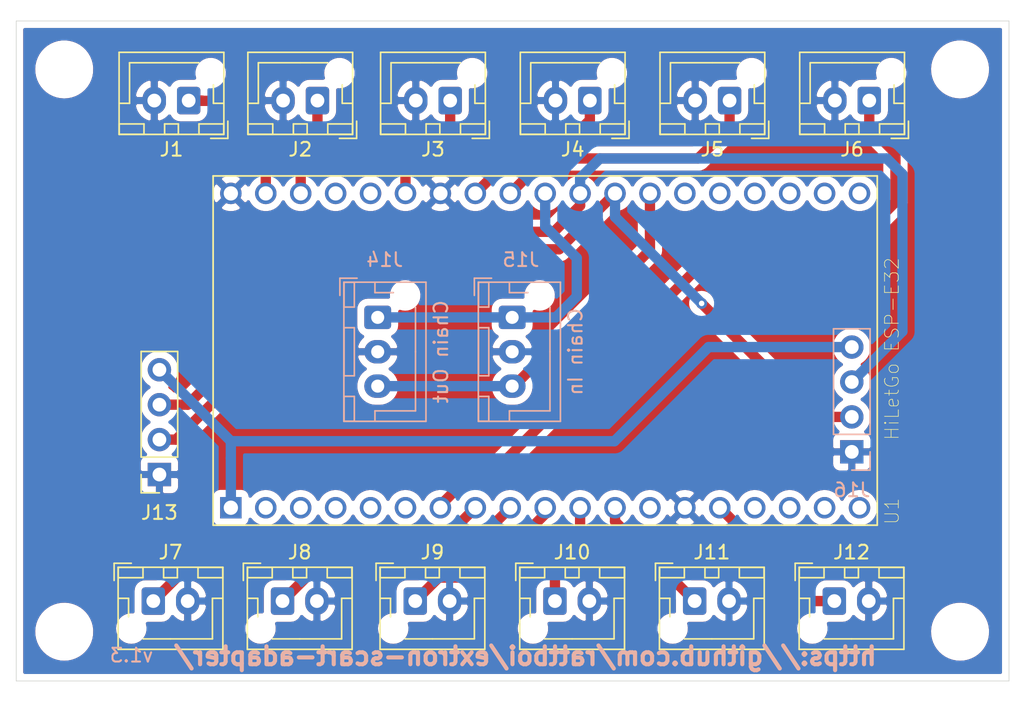
<source format=kicad_pcb>
(kicad_pcb (version 20190516) (host pcbnew "(5.1.0-1062-ge16bf40e6)")
  (title_block (title "Extron ESP32 Switchboard") (date "2019-04-05") (rev "1.1") (company "Rattboi (Bradon Kanyid)") (comment 1 "https://github.com/rattboi/extron-scart-adapter"))
  (layers (0 "F.Cu" signal) (31 "B.Cu" signal) (34 "B.Paste" user) (35 "F.Paste" user) (36 "B.SilkS" user) (37 "F.SilkS" user) (38 "B.Mask" user) (39 "F.Mask" user) (44 "Edge.Cuts" user))
  (net 0 "")
  (net 1 "Net-(U1-Pad38)")
  (net 2 "Net-(U1-Pad37)")
  (net 3 "Net-(U1-Pad36)")
  (net 4 "Net-(U1-Pad35)")
  (net 5 "Net-(U1-Pad34)")
  (net 6 "Net-(U1-Pad33)")
  (net 7 "Net-(U1-Pad24)")
  (net 8 "Net-(U1-Pad23)")
  (net 9 "Net-(U1-Pad18)")
  (net 10 "Net-(U1-Pad17)")
  (net 11 "Net-(U1-Pad16)")
  (net 12 "Net-(U1-Pad13)")
  (net 13 "Net-(U1-Pad6)")
  (net 14 "Net-(U1-Pad5)")
  (net 15 "Net-(U1-Pad4)")
  (net 16 "Net-(U1-Pad3)")
  (net 17 "Net-(U1-Pad19)")
  (net 18 "Net-(U1-Pad2)")
  (net 19 "PWR")
  (net 20 "GND")
  (net 21 "Net-(J3-Pad1)")
  (net 22 "Net-(J4-Pad1)")
  (net 23 "Net-(J5-Pad1)")
  (net 24 "Net-(J6-Pad1)")
  (net 25 "Net-(J8-Pad1)")
  (net 26 "Net-(J9-Pad1)")
  (net 27 "Net-(J10-Pad1)")
  (net 28 "Net-(J11-Pad1)")
  (net 29 "Net-(J12-Pad1)")
  (net 30 "Net-(J1-Pad1)")
  (net 31 "Net-(J2-Pad1)")
  (net 32 "Net-(J7-Pad1)")
  (net 33 "Net-(J13-Pad3)")
  (net 34 "Net-(J13-Pad2)")
  (net 35 "Net-(J14-Pad3)")
  (net 36 "Net-(J14-Pad1)")
  (net 37 "Net-(J17-Pad1)")
  (net 38 "Net-(J18-Pad1)")
  (net 39 "Net-(J19-Pad1)")
  (net 40 "Net-(J20-Pad1)")
  (module "MountingHole:MountingHole_3.2mm_M3" (layer "F.Cu") (at 183.642 109.728)
    (fp_text reference "J20")
    (fp_text value "Conn_01x01")
    (pad "1" np_thru_hole circle (at 0 0) (size 3.2 3.2) (drill 3.2) (layers *.Cu *.Mask) (net 40 "Net-(J20-Pad1)"))
  )
  (module "MountingHole:MountingHole_3.2mm_M3" (layer "F.Cu") (at 183.642 68.834)
    (fp_text reference "J19")
    (fp_text value "Conn_01x01")
    (pad "1" np_thru_hole circle (at 0 0) (size 3.2 3.2) (drill 3.2) (layers *.Cu *.Mask) (net 39 "Net-(J19-Pad1)"))
  )
  (module "MountingHole:MountingHole_3.2mm_M3" (layer "F.Cu") (at 118.491 109.728)
    (fp_text reference "J18")
    (fp_text value "Conn_01x01")
    (pad "1" np_thru_hole circle (at 0 0) (size 3.2 3.2) (drill 3.2) (layers *.Cu *.Mask) (net 38 "Net-(J18-Pad1)"))
  )
  (module "MountingHole:MountingHole_3.2mm_M3" (layer "F.Cu") (at 118.491 68.834)
    (fp_text reference "J17")
    (fp_text value "Conn_01x01")
    (pad "1" np_thru_hole circle (at 0 0) (size 3.2 3.2) (drill 3.2) (layers *.Cu *.Mask) (net 37 "Net-(J17-Pad1)"))
  )
  (module "Connector_PinSocket_2.54mm:PinSocket_1x04_P2.54mm_Vertical" (layer "B.Cu") (at 175.768 96.647)
    (fp_text reference "J16" (at 0 2.77) (layer "B.SilkS") (effects (justify mirror)))
    (fp_text value "Conn_01x04")
    (pad "4" thru_hole oval (at 0 -7.62) (size 1.7 1.7) (drill 1) (layers *.Cu *.Mask) (net 19 "PWR"))
    (pad "3" thru_hole oval (at 0 -5.08) (size 1.7 1.7) (drill 1) (layers *.Cu *.Mask) (net 33 "Net-(J13-Pad3)"))
    (pad "2" thru_hole oval (at 0 -2.54) (size 1.7 1.7) (drill 1) (layers *.Cu *.Mask) (net 34 "Net-(J13-Pad2)"))
    (pad "1" thru_hole rect (at 0 0) (size 1.7 1.7) (drill 1) (layers *.Cu *.Mask) (net 20 "GND"))
  )
  (module "hiletgo-e32:HILETGO-E32" (layer "F.Cu") (at 150.368 89.281 90)
    (fp_text reference "U1" (at -11.684 28.321 90) (layer "F.SilkS") (effects (font (size 1.00039 1.00039) (thickness 0.05))))
    (fp_text value "HiLetGo ESP-E32" (at 0.127 28.321 90) (layer "F.SilkS") (effects (font (size 1.00105 1.00105) (thickness 0.05))))
    (pad "38" thru_hole circle (at 11.43 25.96 90) (size 1.56 1.56) (drill 1.04) (layers *.Cu *.Mask) (net 1 "Net-(U1-Pad38)"))
    (pad "37" thru_hole circle (at 11.43 23.42 90) (size 1.56 1.56) (drill 1.04) (layers *.Cu *.Mask) (net 2 "Net-(U1-Pad37)"))
    (pad "36" thru_hole circle (at 11.43 20.88 90) (size 1.56 1.56) (drill 1.04) (layers *.Cu *.Mask) (net 3 "Net-(U1-Pad36)"))
    (pad "35" thru_hole circle (at 11.43 18.34 90) (size 1.56 1.56) (drill 1.04) (layers *.Cu *.Mask) (net 4 "Net-(U1-Pad35)"))
    (pad "34" thru_hole circle (at 11.43 15.8 90) (size 1.56 1.56) (drill 1.04) (layers *.Cu *.Mask) (net 5 "Net-(U1-Pad34)"))
    (pad "33" thru_hole circle (at 11.43 13.26 90) (size 1.56 1.56) (drill 1.04) (layers *.Cu *.Mask) (net 6 "Net-(U1-Pad33)"))
    (pad "32" thru_hole circle (at 11.43 10.72 90) (size 1.56 1.56) (drill 1.04) (layers *.Cu *.Mask) (net 35 "Net-(J14-Pad3)"))
    (pad "31" thru_hole circle (at 11.43 8.18 90) (size 1.56 1.56) (drill 1.04) (layers *.Cu *.Mask) (net 34 "Net-(J13-Pad2)"))
    (pad "30" thru_hole circle (at 11.43 5.64 90) (size 1.56 1.56) (drill 1.04) (layers *.Cu *.Mask) (net 33 "Net-(J13-Pad3)"))
    (pad "29" thru_hole circle (at 11.43 3.1 90) (size 1.56 1.56) (drill 1.04) (layers *.Cu *.Mask) (net 36 "Net-(J14-Pad1)"))
    (pad "28" thru_hole circle (at 11.43 0.56 90) (size 1.56 1.56) (drill 1.04) (layers *.Cu *.Mask) (net 23 "Net-(J5-Pad1)"))
    (pad "27" thru_hole circle (at 11.43 -1.98 90) (size 1.56 1.56) (drill 1.04) (layers *.Cu *.Mask) (net 22 "Net-(J4-Pad1)"))
    (pad "26" thru_hole circle (at 11.43 -4.52 90) (size 1.56 1.56) (drill 1.04) (layers *.Cu *.Mask) (net 20 "GND"))
    (pad "25" thru_hole circle (at 11.43 -7.06 90) (size 1.56 1.56) (drill 1.04) (layers *.Cu *.Mask) (net 21 "Net-(J3-Pad1)"))
    (pad "24" thru_hole circle (at 11.43 -9.6 90) (size 1.56 1.56) (drill 1.04) (layers *.Cu *.Mask) (net 7 "Net-(U1-Pad24)"))
    (pad "23" thru_hole circle (at 11.43 -12.14 90) (size 1.56 1.56) (drill 1.04) (layers *.Cu *.Mask) (net 8 "Net-(U1-Pad23)"))
    (pad "22" thru_hole circle (at 11.43 -14.68 90) (size 1.56 1.56) (drill 1.04) (layers *.Cu *.Mask) (net 31 "Net-(J2-Pad1)"))
    (pad "21" thru_hole circle (at 11.43 -17.22 90) (size 1.56 1.56) (drill 1.04) (layers *.Cu *.Mask) (net 30 "Net-(J1-Pad1)"))
    (pad "20" thru_hole circle (at 11.43 -19.76 90) (size 1.56 1.56) (drill 1.04) (layers *.Cu *.Mask) (net 20 "GND"))
    (pad "18" thru_hole circle (at -11.43 23.42 90) (size 1.56 1.56) (drill 1.04) (layers *.Cu *.Mask) (net 9 "Net-(U1-Pad18)"))
    (pad "17" thru_hole circle (at -11.43 20.88 90) (size 1.56 1.56) (drill 1.04) (layers *.Cu *.Mask) (net 10 "Net-(U1-Pad17)"))
    (pad "16" thru_hole circle (at -11.43 18.34 90) (size 1.56 1.56) (drill 1.04) (layers *.Cu *.Mask) (net 11 "Net-(U1-Pad16)"))
    (pad "15" thru_hole circle (at -11.43 15.8 90) (size 1.56 1.56) (drill 1.04) (layers *.Cu *.Mask) (net 29 "Net-(J12-Pad1)"))
    (pad "14" thru_hole circle (at -11.43 13.26 90) (size 1.56 1.56) (drill 1.04) (layers *.Cu *.Mask) (net 20 "GND"))
    (pad "13" thru_hole circle (at -11.43 10.72 90) (size 1.56 1.56) (drill 1.04) (layers *.Cu *.Mask) (net 12 "Net-(U1-Pad13)"))
    (pad "12" thru_hole circle (at -11.43 8.18 90) (size 1.56 1.56) (drill 1.04) (layers *.Cu *.Mask) (net 28 "Net-(J11-Pad1)"))
    (pad "11" thru_hole circle (at -11.43 5.64 90) (size 1.56 1.56) (drill 1.04) (layers *.Cu *.Mask) (net 27 "Net-(J10-Pad1)"))
    (pad "10" thru_hole circle (at -11.43 3.1 90) (size 1.56 1.56) (drill 1.04) (layers *.Cu *.Mask) (net 26 "Net-(J9-Pad1)"))
    (pad "9" thru_hole circle (at -11.43 0.56 90) (size 1.56 1.56) (drill 1.04) (layers *.Cu *.Mask) (net 25 "Net-(J8-Pad1)"))
    (pad "8" thru_hole circle (at -11.43 -1.98 90) (size 1.56 1.56) (drill 1.04) (layers *.Cu *.Mask) (net 32 "Net-(J7-Pad1)"))
    (pad "7" thru_hole circle (at -11.43 -4.52 90) (size 1.56 1.56) (drill 1.04) (layers *.Cu *.Mask) (net 24 "Net-(J6-Pad1)"))
    (pad "6" thru_hole circle (at -11.43 -7.06 90) (size 1.56 1.56) (drill 1.04) (layers *.Cu *.Mask) (net 13 "Net-(U1-Pad6)"))
    (pad "5" thru_hole circle (at -11.43 -9.6 90) (size 1.56 1.56) (drill 1.04) (layers *.Cu *.Mask) (net 14 "Net-(U1-Pad5)"))
    (pad "4" thru_hole circle (at -11.43 -12.14 90) (size 1.56 1.56) (drill 1.04) (layers *.Cu *.Mask) (net 15 "Net-(U1-Pad4)"))
    (pad "3" thru_hole circle (at -11.43 -14.68 90) (size 1.56 1.56) (drill 1.04) (layers *.Cu *.Mask) (net 16 "Net-(U1-Pad3)"))
    (pad "19" thru_hole circle (at -11.43 25.96 90) (size 1.56 1.56) (drill 1.04) (layers *.Cu *.Mask) (net 17 "Net-(U1-Pad19)"))
    (pad "2" thru_hole circle (at -11.43 -17.22 90) (size 1.56 1.56) (drill 1.04) (layers *.Cu *.Mask) (net 18 "Net-(U1-Pad2)"))
    (pad "1" thru_hole rect (at -11.43 -19.76 90) (size 1.56 1.56) (drill 1.04) (layers *.Cu *.Mask) (net 19 "PWR"))
  )
  (module "Connector_JST:JST_XH_B3B-XH-AM_1x03_P2.50mm_Vertical" (layer "B.Cu") (at 141.2875 86.868 270)
    (fp_text reference "J14" (at -4.191 -0.508) (layer "B.SilkS") (effects (justify mirror)))
    (fp_text value "Chain Out" (at 2.5 -4.6 270) (layer "B.SilkS") (effects (justify mirror)))
    (pad "" np_thru_hole circle (at -1.6 -2 270) (size 1.2 1.2) (drill 1.2) (layers *.Cu *.Mask))
    (pad "3" thru_hole oval (at 5 0 270) (size 1.7 1.95) (drill 0.95) (layers *.Cu *.Mask) (net 35 "Net-(J14-Pad3)"))
    (pad "2" thru_hole oval (at 2.5 0 270) (size 1.7 1.95) (drill 0.95) (layers *.Cu *.Mask) (net 20 "GND"))
    (pad "1" thru_hole roundrect (at 0 0 270) (size 1.7 1.95) (drill 0.95) (layers *.Cu *.Mask) (roundrect_rratio 0.147059) (net 36 "Net-(J14-Pad1)"))
  )
  (module "Connector_JST:JST_XH_B2B-XH-AM_1x02_P2.50mm_Vertical" (layer "F.Cu") (at 177.038 71.1 180)
    (fp_text reference "J6" (at 1.25 -3.55 unlocked) (layer "F.SilkS"))
    (fp_text value "Conn_01x02")
    (pad "" np_thru_hole circle (at -1.6 2 180) (size 1.2 1.2) (drill 1.2) (layers *.Cu *.Mask))
    (pad "2" thru_hole oval (at 2.5 0 180) (size 1.7 2) (drill 1) (layers *.Cu *.Mask) (net 20 "GND"))
    (pad "1" thru_hole roundrect (at 0 0 180) (size 1.7 2) (drill 1) (layers *.Cu *.Mask) (roundrect_rratio 0.147059) (net 24 "Net-(J6-Pad1)"))
  )
  (module "Connector_JST:JST_XH_B2B-XH-AM_1x02_P2.50mm_Vertical" (layer "F.Cu") (at 124.968 107.5)
    (fp_text reference "J7" (at 1.25 -3.55 unlocked) (layer "F.SilkS"))
    (fp_text value "Conn_01x02")
    (pad "" np_thru_hole circle (at -1.6 2) (size 1.2 1.2) (drill 1.2) (layers *.Cu *.Mask))
    (pad "2" thru_hole oval (at 2.5 0) (size 1.7 2) (drill 1) (layers *.Cu *.Mask) (net 20 "GND"))
    (pad "1" thru_hole roundrect (at 0 0) (size 1.7 2) (drill 1) (layers *.Cu *.Mask) (roundrect_rratio 0.147059) (net 32 "Net-(J7-Pad1)"))
  )
  (module "Connector_JST:JST_XH_B2B-XH-AM_1x02_P2.50mm_Vertical" (layer "F.Cu") (at 134.366 107.5)
    (fp_text reference "J8" (at 1.25 -3.55 unlocked) (layer "F.SilkS"))
    (fp_text value "Conn_01x02")
    (pad "" np_thru_hole circle (at -1.6 2) (size 1.2 1.2) (drill 1.2) (layers *.Cu *.Mask))
    (pad "2" thru_hole oval (at 2.5 0) (size 1.7 2) (drill 1) (layers *.Cu *.Mask) (net 20 "GND"))
    (pad "1" thru_hole roundrect (at 0 0) (size 1.7 2) (drill 1) (layers *.Cu *.Mask) (roundrect_rratio 0.147059) (net 25 "Net-(J8-Pad1)"))
  )
  (module "Connector_JST:JST_XH_B2B-XH-AM_1x02_P2.50mm_Vertical" (layer "F.Cu") (at 144.018 107.5)
    (fp_text reference "J9" (at 1.25 -3.55 unlocked) (layer "F.SilkS"))
    (fp_text value "Conn_01x02")
    (pad "" np_thru_hole circle (at -1.6 2) (size 1.2 1.2) (drill 1.2) (layers *.Cu *.Mask))
    (pad "2" thru_hole oval (at 2.5 0) (size 1.7 2) (drill 1) (layers *.Cu *.Mask) (net 20 "GND"))
    (pad "1" thru_hole roundrect (at 0 0) (size 1.7 2) (drill 1) (layers *.Cu *.Mask) (roundrect_rratio 0.147059) (net 26 "Net-(J9-Pad1)"))
  )
  (module "Connector_JST:JST_XH_B2B-XH-AM_1x02_P2.50mm_Vertical" (layer "F.Cu") (at 154.178 107.5)
    (fp_text reference "J10" (at 1.25 -3.55 unlocked) (layer "F.SilkS"))
    (fp_text value "Conn_01x02")
    (pad "" np_thru_hole circle (at -1.6 2) (size 1.2 1.2) (drill 1.2) (layers *.Cu *.Mask))
    (pad "2" thru_hole oval (at 2.5 0) (size 1.7 2) (drill 1) (layers *.Cu *.Mask) (net 20 "GND"))
    (pad "1" thru_hole roundrect (at 0 0) (size 1.7 2) (drill 1) (layers *.Cu *.Mask) (roundrect_rratio 0.147059) (net 27 "Net-(J10-Pad1)"))
  )
  (module "Connector_JST:JST_XH_B2B-XH-AM_1x02_P2.50mm_Vertical" (layer "F.Cu") (at 164.338 107.5)
    (fp_text reference "J11" (at 1.25 -3.55 unlocked) (layer "F.SilkS"))
    (fp_text value "Conn_01x02")
    (pad "" np_thru_hole circle (at -1.6 2) (size 1.2 1.2) (drill 1.2) (layers *.Cu *.Mask))
    (pad "2" thru_hole oval (at 2.5 0) (size 1.7 2) (drill 1) (layers *.Cu *.Mask) (net 20 "GND"))
    (pad "1" thru_hole roundrect (at 0 0) (size 1.7 2) (drill 1) (layers *.Cu *.Mask) (roundrect_rratio 0.147059) (net 28 "Net-(J11-Pad1)"))
  )
  (module "Connector_JST:JST_XH_B2B-XH-AM_1x02_P2.50mm_Vertical" (layer "F.Cu") (at 174.498 107.5)
    (fp_text reference "J12" (at 1.25 -3.55 unlocked) (layer "F.SilkS"))
    (fp_text value "Conn_01x02")
    (pad "" np_thru_hole circle (at -1.6 2) (size 1.2 1.2) (drill 1.2) (layers *.Cu *.Mask))
    (pad "2" thru_hole oval (at 2.5 0) (size 1.7 2) (drill 1) (layers *.Cu *.Mask) (net 20 "GND"))
    (pad "1" thru_hole roundrect (at 0 0) (size 1.7 2) (drill 1) (layers *.Cu *.Mask) (roundrect_rratio 0.147059) (net 29 "Net-(J12-Pad1)"))
  )
  (module "Connector_JST:JST_XH_B2B-XH-AM_1x02_P2.50mm_Vertical" (layer "F.Cu") (at 166.878 71.1 180)
    (fp_text reference "J5" (at 1.25 -3.55 unlocked) (layer "F.SilkS"))
    (fp_text value "Conn_01x02")
    (pad "" np_thru_hole circle (at -1.6 2 180) (size 1.2 1.2) (drill 1.2) (layers *.Cu *.Mask))
    (pad "2" thru_hole oval (at 2.5 0 180) (size 1.7 2) (drill 1) (layers *.Cu *.Mask) (net 20 "GND"))
    (pad "1" thru_hole roundrect (at 0 0 180) (size 1.7 2) (drill 1) (layers *.Cu *.Mask) (roundrect_rratio 0.147059) (net 23 "Net-(J5-Pad1)"))
  )
  (module "Connector_JST:JST_XH_B2B-XH-AM_1x02_P2.50mm_Vertical" (layer "F.Cu") (at 156.718 71.1 180)
    (fp_text reference "J4" (at 1.25 -3.55 unlocked) (layer "F.SilkS"))
    (fp_text value "Conn_01x02")
    (pad "" np_thru_hole circle (at -1.6 2 180) (size 1.2 1.2) (drill 1.2) (layers *.Cu *.Mask))
    (pad "2" thru_hole oval (at 2.5 0 180) (size 1.7 2) (drill 1) (layers *.Cu *.Mask) (net 20 "GND"))
    (pad "1" thru_hole roundrect (at 0 0 180) (size 1.7 2) (drill 1) (layers *.Cu *.Mask) (roundrect_rratio 0.147059) (net 22 "Net-(J4-Pad1)"))
  )
  (module "Connector_JST:JST_XH_B2B-XH-AM_1x02_P2.50mm_Vertical" (layer "F.Cu") (at 146.558 71.1 180)
    (fp_text reference "J3" (at 1.25 -3.55 unlocked) (layer "F.SilkS"))
    (fp_text value "Conn_01x02")
    (pad "" np_thru_hole circle (at -1.6 2 180) (size 1.2 1.2) (drill 1.2) (layers *.Cu *.Mask))
    (pad "2" thru_hole oval (at 2.5 0 180) (size 1.7 2) (drill 1) (layers *.Cu *.Mask) (net 20 "GND"))
    (pad "1" thru_hole roundrect (at 0 0 180) (size 1.7 2) (drill 1) (layers *.Cu *.Mask) (roundrect_rratio 0.147059) (net 21 "Net-(J3-Pad1)"))
  )
  (module "Connector_JST:JST_XH_B2B-XH-AM_1x02_P2.50mm_Vertical" (layer "F.Cu") (at 136.906 71.1 180)
    (fp_text reference "J2" (at 1.25 -3.55 unlocked) (layer "F.SilkS"))
    (fp_text value "Conn_01x02")
    (pad "" np_thru_hole circle (at -1.6 2 180) (size 1.2 1.2) (drill 1.2) (layers *.Cu *.Mask))
    (pad "2" thru_hole oval (at 2.5 0 180) (size 1.7 2) (drill 1) (layers *.Cu *.Mask) (net 20 "GND"))
    (pad "1" thru_hole roundrect (at 0 0 180) (size 1.7 2) (drill 1) (layers *.Cu *.Mask) (roundrect_rratio 0.147059) (net 31 "Net-(J2-Pad1)"))
  )
  (module "Connector_JST:JST_XH_B2B-XH-AM_1x02_P2.50mm_Vertical" (layer "F.Cu") (at 127.54 71.1 180)
    (fp_text reference "J1" (at 1.25 -3.55 unlocked) (layer "F.SilkS"))
    (fp_text value "Conn_01x02")
    (pad "" np_thru_hole circle (at -1.6 2 180) (size 1.2 1.2) (drill 1.2) (layers *.Cu *.Mask))
    (pad "2" thru_hole oval (at 2.5 0 180) (size 1.7 2) (drill 1) (layers *.Cu *.Mask) (net 20 "GND"))
    (pad "1" thru_hole roundrect (at 0 0 180) (size 1.7 2) (drill 1) (layers *.Cu *.Mask) (roundrect_rratio 0.147059) (net 30 "Net-(J1-Pad1)"))
  )
  (module "Connector_PinSocket_2.54mm:PinSocket_1x04_P2.54mm_Vertical" (layer "F.Cu") (at 125.4125 98.298 180)
    (fp_text reference "J13" (at 0 -2.77 180) (layer "F.SilkS"))
    (fp_text value "Conn_01x04")
    (pad "4" thru_hole oval (at 0 7.62 180) (size 1.7 1.7) (drill 1) (layers *.Cu *.Mask) (net 19 "PWR"))
    (pad "3" thru_hole oval (at 0 5.08 180) (size 1.7 1.7) (drill 1) (layers *.Cu *.Mask) (net 33 "Net-(J13-Pad3)"))
    (pad "2" thru_hole oval (at 0 2.54 180) (size 1.7 1.7) (drill 1) (layers *.Cu *.Mask) (net 34 "Net-(J13-Pad2)"))
    (pad "1" thru_hole rect (at 0 0 180) (size 1.7 1.7) (drill 1) (layers *.Cu *.Mask) (net 20 "GND"))
  )
  (module "Connector_JST:JST_XH_B3B-XH-AM_1x03_P2.50mm_Vertical" (layer "B.Cu") (at 151.0665 86.868 270)
    (fp_text reference "J15" (at -4.191 -0.635) (layer "B.SilkS") (effects (justify mirror)))
    (fp_text value "Chain In" (at 2.5 -4.6 270) (layer "B.SilkS") (effects (justify mirror)))
    (pad "" np_thru_hole circle (at -1.6 -2 270) (size 1.2 1.2) (drill 1.2) (layers *.Cu *.Mask))
    (pad "3" thru_hole oval (at 5 0 270) (size 1.7 1.95) (drill 0.95) (layers *.Cu *.Mask) (net 35 "Net-(J14-Pad3)"))
    (pad "2" thru_hole oval (at 2.5 0 270) (size 1.7 1.95) (drill 0.95) (layers *.Cu *.Mask) (net 20 "GND"))
    (pad "1" thru_hole roundrect (at 0 0 270) (size 1.7 1.95) (drill 0.95) (layers *.Cu *.Mask) (roundrect_rratio 0.147059) (net 36 "Net-(J14-Pad1)"))
  )
  (gr_text "v1.3" (at 123.3805 111.4425) (layer "B.SilkS") (effects (font (size 1 1)) (justify mirror)))
  (gr_text "https://github.com/rattboi/extron-scart-adapter/" (at 152.019 111.506) (layer "B.SilkS") (effects (font (size 1.3 1.3) (thickness 0.3)) (justify mirror)))
  (gr_line (start 187.2 65.311) (end 187.2 113.311) (layer "Edge.Cuts") (width 0.05))
  (gr_line (start 115 65.311) (end 187.2 65.311) (layer "Edge.Cuts") (width 0.05))
  (gr_line (start 115 113.311) (end 115 65.311) (layer "Edge.Cuts") (width 0.05))
  (gr_line (start 187.2 113.311) (end 115 113.311) (layer "Edge.Cuts") (width 0.05))
  (segment (start 130.608 95.8735) (end 125.4125 90.678) (width 0.75) (layer "B.Cu") (net 19))
  (segment (start 130.608 100.711) (end 130.608 97.103) (width 0.75) (layer "B.Cu") (net 19))
  (segment (start 130.608 97.103) (end 130.608 95.8735) (width 0.75) (layer "B.Cu") (net 19))
  (segment (start 175.768 89.027) (end 165.354 89.027) (width 0.75) (layer "B.Cu") (net 19))
  (segment (start 158.5075 95.8735) (end 130.608 95.8735) (width 0.75) (layer "B.Cu") (net 19))
  (segment (start 165.354 89.027) (end 158.5075 95.8735) (width 0.75) (layer "B.Cu") (net 19))
  (segment (start 143.308 76.402) (end 143.308 77.851) (width 0.75) (layer "F.Cu") (net 21))
  (segment (start 146.558 71.1) (end 146.558 73.152) (width 0.75) (layer "F.Cu") (net 21))
  (segment (start 146.558 73.152) (end 143.308 76.402) (width 0.75) (layer "F.Cu") (net 21))
  (segment (start 152.706 73.533) (end 148.388 77.851) (width 0.75) (layer "F.Cu") (net 22))
  (segment (start 155.702 73.533) (end 152.706 73.533) (width 0.75) (layer "F.Cu") (net 22))
  (segment (start 156.718 71.1) (end 156.718 72.517) (width 0.75) (layer "F.Cu") (net 22))
  (segment (start 156.718 72.517) (end 155.702 73.533) (width 0.75) (layer "F.Cu") (net 22))
  (segment (start 153.468 75.311) (end 150.928 77.851) (width 0.75) (layer "F.Cu") (net 23))
  (segment (start 164.592 75.311) (end 153.468 75.311) (width 0.75) (layer "F.Cu") (net 23))
  (segment (start 166.878 71.1) (end 166.878 73.025) (width 0.75) (layer "F.Cu") (net 23))
  (segment (start 166.878 73.025) (end 164.592 75.311) (width 0.75) (layer "F.Cu") (net 23))
  (segment (start 178.943 74.93) (end 177.038 73.025) (width 0.75) (layer "F.Cu") (net 24))
  (segment (start 177.038 73.025) (end 177.038 71.1) (width 0.75) (layer "F.Cu") (net 24))
  (segment (start 178.943 78.486) (end 178.943 74.93) (width 0.75) (layer "F.Cu") (net 24))
  (segment (start 145.848 100.532) (end 147.828 98.552) (width 0.75) (layer "F.Cu") (net 24))
  (segment (start 147.828 98.552) (end 149.277 98.552) (width 0.75) (layer "F.Cu") (net 24))
  (segment (start 145.848 100.711) (end 145.848 100.532) (width 0.75) (layer "F.Cu") (net 24))
  (segment (start 149.277 98.552) (end 167.311 80.518) (width 0.75) (layer "F.Cu") (net 24))
  (segment (start 167.311 80.518) (end 176.911 80.518) (width 0.75) (layer "F.Cu") (net 24))
  (segment (start 176.911 80.518) (end 178.943 78.486) (width 0.75) (layer "F.Cu") (net 24))
  (segment (start 146.991 104.648) (end 150.928 100.711) (width 0.75) (layer "F.Cu") (net 25))
  (segment (start 134.366 107.5) (end 137.218 104.648) (width 0.75) (layer "F.Cu") (net 25))
  (segment (start 137.218 104.648) (end 146.991 104.648) (width 0.75) (layer "F.Cu") (net 25))
  (segment (start 145.727 105.791) (end 144.018 107.5) (width 0.75) (layer "F.Cu") (net 26))
  (segment (start 148.844 105.791) (end 145.727 105.791) (width 0.75) (layer "F.Cu") (net 26))
  (segment (start 153.468 100.711) (end 153.468 101.167) (width 0.75) (layer "F.Cu") (net 26))
  (segment (start 153.468 101.167) (end 148.844 105.791) (width 0.75) (layer "F.Cu") (net 26))
  (segment (start 154.178 107.5) (end 154.178 104.775) (width 0.75) (layer "F.Cu") (net 27))
  (segment (start 156.008 102.945) (end 156.008 100.711) (width 0.75) (layer "F.Cu") (net 27))
  (segment (start 154.178 104.775) (end 156.008 102.945) (width 0.75) (layer "F.Cu") (net 27))
  (segment (start 158.548 101.71) (end 158.548 100.711) (width 0.75) (layer "F.Cu") (net 28))
  (segment (start 164.338 107.5) (end 158.548 101.71) (width 0.75) (layer "F.Cu") (net 28))
  (segment (start 172.957 107.5) (end 169.47 104.013) (width 0.75) (layer "F.Cu") (net 29))
  (segment (start 174.498 107.5) (end 172.957 107.5) (width 0.75) (layer "F.Cu") (net 29))
  (segment (start 169.47 104.013) (end 166.168 100.711) (width 0.75) (layer "F.Cu") (net 29))
  (segment (start 128.49 71.1) (end 128.51 71.12) (width 0.75) (layer "F.Cu") (net 30))
  (segment (start 127.54 71.1) (end 128.49 71.1) (width 0.75) (layer "F.Cu") (net 30))
  (segment (start 128.51 71.12) (end 129.159 71.12) (width 0.75) (layer "F.Cu") (net 30))
  (segment (start 133.148 75.109) (end 133.148 77.851) (width 0.75) (layer "F.Cu") (net 30))
  (segment (start 129.159 71.12) (end 133.148 75.109) (width 0.75) (layer "F.Cu") (net 30))
  (segment (start 136.906 74.422) (end 136.906 71.1) (width 0.75) (layer "F.Cu") (net 31))
  (segment (start 135.688 77.851) (end 135.688 75.64) (width 0.75) (layer "F.Cu") (net 31))
  (segment (start 135.688 75.64) (end 136.906 74.422) (width 0.75) (layer "F.Cu") (net 31))
  (segment (start 145.940451 103.158549) (end 148.388 100.711) (width 0.75) (layer "F.Cu") (net 32))
  (segment (start 124.968 107.5) (end 129.309451 103.158549) (width 0.75) (layer "F.Cu") (net 32))
  (segment (start 129.309451 103.158549) (end 145.940451 103.158549) (width 0.75) (layer "F.Cu") (net 32))
  (segment (start 127.471382 93.218) (end 125.4125 93.218) (width 0.75) (layer "F.Cu") (net 33))
  (segment (start 156.008 77.851) (end 156.008 78.73986) (width 0.75) (layer "F.Cu") (net 33))
  (segment (start 140.044382 80.645) (end 127.471382 93.218) (width 0.75) (layer "F.Cu") (net 33))
  (segment (start 154.10286 80.645) (end 140.044382 80.645) (width 0.75) (layer "F.Cu") (net 33))
  (segment (start 156.008 78.73986) (end 154.10286 80.645) (width 0.75) (layer "F.Cu") (net 33))
  (segment (start 179.451 87.884) (end 175.768 91.567) (width 0.75) (layer "B.Cu") (net 33))
  (segment (start 179.451 76.454) (end 179.451 87.884) (width 0.75) (layer "B.Cu") (net 33))
  (segment (start 178.308 75.311) (end 179.451 76.454) (width 0.75) (layer "B.Cu") (net 33))
  (segment (start 157.444914 75.311) (end 178.308 75.311) (width 0.75) (layer "B.Cu") (net 33))
  (segment (start 156.008 77.851) (end 156.008 76.747914) (width 0.75) (layer "B.Cu") (net 33))
  (segment (start 156.008 76.747914) (end 157.444914 75.311) (width 0.75) (layer "B.Cu") (net 33))
  (segment (start 157.768001 78.630999) (end 158.548 77.851) (width 0.75) (layer "F.Cu") (net 34))
  (segment (start 154.484 81.915) (end 157.768001 78.630999) (width 0.75) (layer "F.Cu") (net 34))
  (segment (start 140.457581 81.915) (end 154.484 81.915) (width 0.75) (layer "F.Cu") (net 34))
  (segment (start 125.4125 95.758) (end 126.614581 95.758) (width 0.75) (layer "F.Cu") (net 34))
  (segment (start 126.614581 95.758) (end 140.457581 81.915) (width 0.75) (layer "F.Cu") (net 34))
  (via (at 164.846 85.852) (size 0.8) (drill 0.4) (layers "F.Cu" "B.Cu") (net 34))
  (segment (start 175.768 94.107) (end 173.101 94.107) (width 0.75) (layer "F.Cu") (net 34))
  (segment (start 173.101 94.107) (end 164.846 85.852) (width 0.75) (layer "F.Cu") (net 34))
  (segment (start 158.548 79.554) (end 158.548 77.851) (width 0.75) (layer "B.Cu") (net 34))
  (segment (start 164.846 85.852) (end 158.548 79.554) (width 0.75) (layer "B.Cu") (net 34))
  (segment (start 149.3415 91.868) (end 141.2875 91.868) (width 0.75) (layer "B.Cu") (net 35))
  (segment (start 151.0665 91.868) (end 149.3415 91.868) (width 0.75) (layer "B.Cu") (net 35))
  (segment (start 151.1915 91.868) (end 151.0665 91.868) (width 0.75) (layer "F.Cu") (net 35))
  (segment (start 161.088 81.9715) (end 151.1915 91.868) (width 0.75) (layer "F.Cu") (net 35))
  (segment (start 161.088 77.851) (end 161.088 81.9715) (width 0.75) (layer "F.Cu") (net 35))
  (segment (start 151.0665 86.868) (end 141.2875 86.868) (width 0.75) (layer "B.Cu") (net 36))
  (segment (start 155.7655 85.344) (end 154.2415 86.868) (width 0.75) (layer "B.Cu") (net 36))
  (segment (start 154.2415 86.868) (end 151.0665 86.868) (width 0.75) (layer "B.Cu") (net 36))
  (segment (start 155.7655 82.55) (end 155.7655 85.344) (width 0.75) (layer "B.Cu") (net 36))
  (segment (start 153.468 77.851) (end 153.468 80.2525) (width 0.75) (layer "B.Cu") (net 36))
  (segment (start 153.468 80.2525) (end 155.7655 82.55) (width 0.75) (layer "B.Cu") (net 36))
  (zone (net 20) (net_name "GND") (layer "B.Cu") (connect_pads (clearance 0.508)) (min_thickness 0.254) (fill yes (thermal_gap 0.508) (thermal_bridge_width 0.508))
    (polygon (pts (xy 114.808 65.024) (xy 187.452 65.024) (xy 187.452 113.792) (xy 114.808 113.792)))
  )
  (zone (net 20) (net_name "GND") (layer "F.Cu") (connect_pads (clearance 0.508)) (min_thickness 0.254) (fill yes (thermal_gap 0.508) (thermal_bridge_width 0.508))
    (polygon (pts (xy 114.808 64.955778) (xy 187.452 64.955778) (xy 187.452 113.723778) (xy 114.808 113.723778)))
  )
)
</source>
